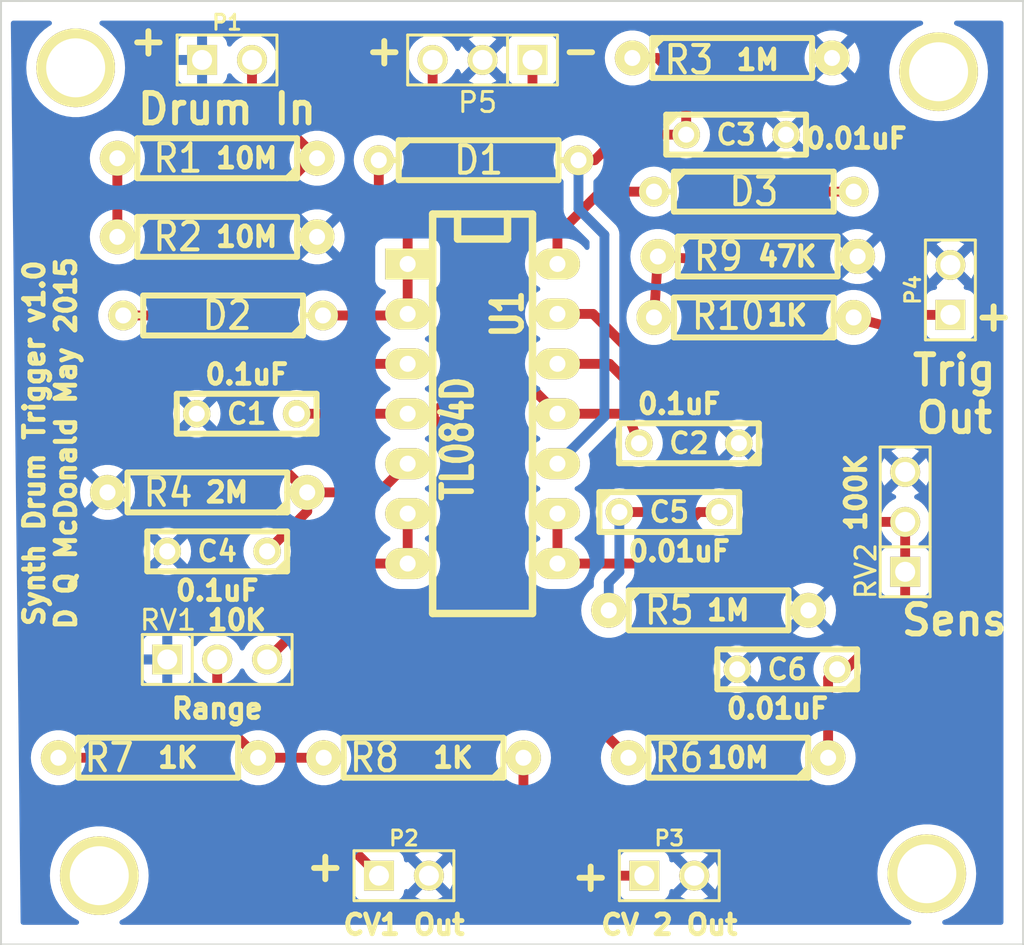
<source format=kicad_pcb>
(kicad_pcb (version 20221018) (generator pcbnew)
  (title_block (title "MFOS Synth Drum Trigger") (date "26/05/2015") (rev "1.0") (comment 1 "Based on a design by Ray Wilson") (comment 3 "Quentin McDonald"))
  (layers (0 "F.Cu" signal) (31 "B.Cu" signal) (34 "B.Paste" user) (35 "F.Paste" user) (36 "B.SilkS" user) (37 "F.SilkS" user) (38 "B.Mask" user) (39 "F.Mask" user) (44 "Edge.Cuts" user))
  (net 0 "")
  (net 1 "+12V")
  (net 2 "-12V")
  (net 3 "GND")
  (net 4 "Net-(C3-Pad1)")
  (net 5 "Net-(C4-Pad1)")
  (net 6 "Net-(C5-Pad1)")
  (net 7 "Net-(C5-Pad2)")
  (net 8 "Net-(C6-Pad1)")
  (net 9 "Net-(D1-Pad1)")
  (net 10 "Net-(D3-Pad1)")
  (net 11 "Net-(D3-Pad2)")
  (net 12 "Net-(P1-Pad2)")
  (net 13 "Net-(P2-Pad1)")
  (net 14 "Net-(P3-Pad1)")
  (net 15 "Net-(P4-Pad1)")
  (net 16 "Net-(R1-Pad2)")
  (net 17 "Net-(R7-Pad2)")
  (net 18 "Net-(RV1-Pad3)")
  (footprint "discret:R4-LARGE_PADS" (layer "F.Cu") (at 131 101 180)
    (fp_text reference "R1" (at 2 0 180) (layer "F.SilkS") (effects (font (size 1.397 1.27) (thickness 0.2032))))
    (fp_text value "10M" hide)
    (fp_line (start -5.08 0) (end -4.064 0) (stroke (width 0.3048)) (layer "F.SilkS"))
    (fp_line (start -4.064 -1.016) (end 4.064 -1.016) (stroke (width 0.3048)) (layer "F.SilkS"))
    (fp_line (start -4.064 -0.508) (end -3.556 -1.016) (stroke (width 0.3048)) (layer "F.SilkS"))
    (fp_line (start -4.064 0) (end -4.064 -1.016) (stroke (width 0.3048)) (layer "F.SilkS"))
    (fp_line (start -4.064 1.016) (end -4.064 0) (stroke (width 0.3048)) (layer "F.SilkS"))
    (fp_line (start 4.064 -1.016) (end 4.064 1.016) (stroke (width 0.3048)) (layer "F.SilkS"))
    (fp_line (start 4.064 1.016) (end -4.064 1.016) (stroke (width 0.3048)) (layer "F.SilkS"))
    (fp_line (start 5.08 0) (end 4.064 0) (stroke (width 0.3048)) (layer "F.SilkS"))
    (pad "1" thru_hole circle (at -5.08 0 180) (size 1.778 1.778) (drill 0.8128) (layers "*.Cu" "*.Mask" "F.SilkS") (net 12 "Net-(P1-Pad2)"))
    (pad "2" thru_hole circle (at 5.08 0 180) (size 1.778 1.778) (drill 0.8128) (layers "*.Cu" "*.Mask" "F.SilkS") (net 16 "Net-(R1-Pad2)"))
  )
  (footprint "discret:R4-LARGE_PADS" (layer "F.Cu") (at 131 105)
    (fp_text reference "R2" (at -2 0) (layer "F.SilkS") (effects (font (size 1.397 1.27) (thickness 0.2032))))
    (fp_text value "10M" hide)
    (fp_line (start -5.08 0) (end -4.064 0) (stroke (width 0.3048)) (layer "F.SilkS"))
    (fp_line (start -4.064 -1.016) (end 4.064 -1.016) (stroke (width 0.3048)) (layer "F.SilkS"))
    (fp_line (start -4.064 -0.508) (end -3.556 -1.016) (stroke (width 0.3048)) (layer "F.SilkS"))
    (fp_line (start -4.064 0) (end -4.064 -1.016) (stroke (width 0.3048)) (layer "F.SilkS"))
    (fp_line (start -4.064 1.016) (end -4.064 0) (stroke (width 0.3048)) (layer "F.SilkS"))
    (fp_line (start 4.064 -1.016) (end 4.064 1.016) (stroke (width 0.3048)) (layer "F.SilkS"))
    (fp_line (start 4.064 1.016) (end -4.064 1.016) (stroke (width 0.3048)) (layer "F.SilkS"))
    (fp_line (start 5.08 0) (end 4.064 0) (stroke (width 0.3048)) (layer "F.SilkS"))
    (pad "1" thru_hole circle (at -5.08 0) (size 1.778 1.778) (drill 0.8128) (layers "*.Cu" "*.Mask" "F.SilkS") (net 16 "Net-(R1-Pad2)"))
    (pad "2" thru_hole circle (at 5.08 0) (size 1.778 1.778) (drill 0.8128) (layers "*.Cu" "*.Mask" "F.SilkS") (net 3 "GND"))
  )
  (footprint "discret:R4-LARGE_PADS" (layer "F.Cu") (at 157.2 95.9)
    (fp_text reference "R3" (at -2.2 0.1) (layer "F.SilkS") (effects (font (size 1.397 1.27) (thickness 0.2032))))
    (fp_text value "1M" hide)
    (fp_line (start -5.08 0) (end -4.064 0) (stroke (width 0.3048)) (layer "F.SilkS"))
    (fp_line (start -4.064 -1.016) (end 4.064 -1.016) (stroke (width 0.3048)) (layer "F.SilkS"))
    (fp_line (start -4.064 -0.508) (end -3.556 -1.016) (stroke (width 0.3048)) (layer "F.SilkS"))
    (fp_line (start -4.064 0) (end -4.064 -1.016) (stroke (width 0.3048)) (layer "F.SilkS"))
    (fp_line (start -4.064 1.016) (end -4.064 0) (stroke (width 0.3048)) (layer "F.SilkS"))
    (fp_line (start 4.064 -1.016) (end 4.064 1.016) (stroke (width 0.3048)) (layer "F.SilkS"))
    (fp_line (start 4.064 1.016) (end -4.064 1.016) (stroke (width 0.3048)) (layer "F.SilkS"))
    (fp_line (start 5.08 0) (end 4.064 0) (stroke (width 0.3048)) (layer "F.SilkS"))
    (pad "1" thru_hole circle (at -5.08 0) (size 1.778 1.778) (drill 0.8128) (layers "*.Cu" "*.Mask" "F.SilkS") (net 4 "Net-(C3-Pad1)"))
    (pad "2" thru_hole circle (at 5.08 0) (size 1.778 1.778) (drill 0.8128) (layers "*.Cu" "*.Mask" "F.SilkS") (net 3 "GND"))
  )
  (footprint "discret:R4-LARGE_PADS" (layer "F.Cu") (at 130.5 118 180)
    (fp_text reference "R4" (at 2 0 180) (layer "F.SilkS") (effects (font (size 1.397 1.27) (thickness 0.2032))))
    (fp_text value "2M" hide)
    (fp_line (start -5.08 0) (end -4.064 0) (stroke (width 0.3048)) (layer "F.SilkS"))
    (fp_line (start -4.064 -1.016) (end 4.064 -1.016) (stroke (width 0.3048)) (layer "F.SilkS"))
    (fp_line (start -4.064 -0.508) (end -3.556 -1.016) (stroke (width 0.3048)) (layer "F.SilkS"))
    (fp_line (start -4.064 0) (end -4.064 -1.016) (stroke (width 0.3048)) (layer "F.SilkS"))
    (fp_line (start -4.064 1.016) (end -4.064 0) (stroke (width 0.3048)) (layer "F.SilkS"))
    (fp_line (start 4.064 -1.016) (end 4.064 1.016) (stroke (width 0.3048)) (layer "F.SilkS"))
    (fp_line (start 4.064 1.016) (end -4.064 1.016) (stroke (width 0.3048)) (layer "F.SilkS"))
    (fp_line (start 5.08 0) (end 4.064 0) (stroke (width 0.3048)) (layer "F.SilkS"))
    (pad "1" thru_hole circle (at -5.08 0 180) (size 1.778 1.778) (drill 0.8128) (layers "*.Cu" "*.Mask" "F.SilkS") (net 5 "Net-(C4-Pad1)"))
    (pad "2" thru_hole circle (at 5.08 0 180) (size 1.778 1.778) (drill 0.8128) (layers "*.Cu" "*.Mask" "F.SilkS") (net 3 "GND"))
  )
  (footprint "discret:R4-LARGE_PADS" (layer "F.Cu") (at 156 124)
    (fp_text reference "R5" (at -2 0) (layer "F.SilkS") (effects (font (size 1.397 1.27) (thickness 0.2032))))
    (fp_text value "1M" hide)
    (fp_line (start -5.08 0) (end -4.064 0) (stroke (width 0.3048)) (layer "F.SilkS"))
    (fp_line (start -4.064 -1.016) (end 4.064 -1.016) (stroke (width 0.3048)) (layer "F.SilkS"))
    (fp_line (start -4.064 -0.508) (end -3.556 -1.016) (stroke (width 0.3048)) (layer "F.SilkS"))
    (fp_line (start -4.064 0) (end -4.064 -1.016) (stroke (width 0.3048)) (layer "F.SilkS"))
    (fp_line (start -4.064 1.016) (end -4.064 0) (stroke (width 0.3048)) (layer "F.SilkS"))
    (fp_line (start 4.064 -1.016) (end 4.064 1.016) (stroke (width 0.3048)) (layer "F.SilkS"))
    (fp_line (start 4.064 1.016) (end -4.064 1.016) (stroke (width 0.3048)) (layer "F.SilkS"))
    (fp_line (start 5.08 0) (end 4.064 0) (stroke (width 0.3048)) (layer "F.SilkS"))
    (pad "1" thru_hole circle (at -5.08 0) (size 1.778 1.778) (drill 0.8128) (layers "*.Cu" "*.Mask" "F.SilkS") (net 6 "Net-(C5-Pad1)"))
    (pad "2" thru_hole circle (at 5.08 0) (size 1.778 1.778) (drill 0.8128) (layers "*.Cu" "*.Mask" "F.SilkS") (net 3 "GND"))
  )
  (footprint "discret:R4-LARGE_PADS" (layer "F.Cu") (at 157 131.5 180)
    (fp_text reference "R6" (at 2.5 0 180) (layer "F.SilkS") (effects (font (size 1.397 1.27) (thickness 0.2032))))
    (fp_text value "10M" hide)
    (fp_line (start -5.08 0) (end -4.064 0) (stroke (width 0.3048)) (layer "F.SilkS"))
    (fp_line (start -4.064 -1.016) (end 4.064 -1.016) (stroke (width 0.3048)) (layer "F.SilkS"))
    (fp_line (start -4.064 -0.508) (end -3.556 -1.016) (stroke (width 0.3048)) (layer "F.SilkS"))
    (fp_line (start -4.064 0) (end -4.064 -1.016) (stroke (width 0.3048)) (layer "F.SilkS"))
    (fp_line (start -4.064 1.016) (end -4.064 0) (stroke (width 0.3048)) (layer "F.SilkS"))
    (fp_line (start 4.064 -1.016) (end 4.064 1.016) (stroke (width 0.3048)) (layer "F.SilkS"))
    (fp_line (start 4.064 1.016) (end -4.064 1.016) (stroke (width 0.3048)) (layer "F.SilkS"))
    (fp_line (start 5.08 0) (end 4.064 0) (stroke (width 0.3048)) (layer "F.SilkS"))
    (pad "1" thru_hole circle (at -5.08 0 180) (size 1.778 1.778) (drill 0.8128) (layers "*.Cu" "*.Mask" "F.SilkS") (net 8 "Net-(C6-Pad1)"))
    (pad "2" thru_hole circle (at 5.08 0 180) (size 1.778 1.778) (drill 0.8128) (layers "*.Cu" "*.Mask" "F.SilkS") (net 1 "+12V"))
  )
  (footprint "discret:R4-LARGE_PADS" (layer "F.Cu") (at 128 131.5)
    (fp_text reference "R7" (at -2.5 0) (layer "F.SilkS") (effects (font (size 1.397 1.27) (thickness 0.2032))))
    (fp_text value "1K" hide)
    (fp_line (start -5.08 0) (end -4.064 0) (stroke (width 0.3048)) (layer "F.SilkS"))
    (fp_line (start -4.064 -1.016) (end 4.064 -1.016) (stroke (width 0.3048)) (layer "F.SilkS"))
    (fp_line (start -4.064 -0.508) (end -3.556 -1.016) (stroke (width 0.3048)) (layer "F.SilkS"))
    (fp_line (start -4.064 0) (end -4.064 -1.016) (stroke (width 0.3048)) (layer "F.SilkS"))
    (fp_line (start -4.064 1.016) (end -4.064 0) (stroke (width 0.3048)) (layer "F.SilkS"))
    (fp_line (start 4.064 -1.016) (end 4.064 1.016) (stroke (width 0.3048)) (layer "F.SilkS"))
    (fp_line (start 4.064 1.016) (end -4.064 1.016) (stroke (width 0.3048)) (layer "F.SilkS"))
    (fp_line (start 5.08 0) (end 4.064 0) (stroke (width 0.3048)) (layer "F.SilkS"))
    (pad "1" thru_hole circle (at -5.08 0) (size 1.778 1.778) (drill 0.8128) (layers "*.Cu" "*.Mask" "F.SilkS") (net 13 "Net-(P2-Pad1)"))
    (pad "2" thru_hole circle (at 5.08 0) (size 1.778 1.778) (drill 0.8128) (layers "*.Cu" "*.Mask" "F.SilkS") (net 17 "Net-(R7-Pad2)"))
  )
  (footprint "discret:R4-LARGE_PADS" (layer "F.Cu") (at 141.5 131.5 180)
    (fp_text reference "R8" (at 2.5 0 180) (layer "F.SilkS") (effects (font (size 1.397 1.27) (thickness 0.2032))))
    (fp_text value "1K" hide)
    (fp_line (start -5.08 0) (end -4.064 0) (stroke (width 0.3048)) (layer "F.SilkS"))
    (fp_line (start -4.064 -1.016) (end 4.064 -1.016) (stroke (width 0.3048)) (layer "F.SilkS"))
    (fp_line (start -4.064 -0.508) (end -3.556 -1.016) (stroke (width 0.3048)) (layer "F.SilkS"))
    (fp_line (start -4.064 0) (end -4.064 -1.016) (stroke (width 0.3048)) (layer "F.SilkS"))
    (fp_line (start -4.064 1.016) (end -4.064 0) (stroke (width 0.3048)) (layer "F.SilkS"))
    (fp_line (start 4.064 -1.016) (end 4.064 1.016) (stroke (width 0.3048)) (layer "F.SilkS"))
    (fp_line (start 4.064 1.016) (end -4.064 1.016) (stroke (width 0.3048)) (layer "F.SilkS"))
    (fp_line (start 5.08 0) (end 4.064 0) (stroke (width 0.3048)) (layer "F.SilkS"))
    (pad "1" thru_hole circle (at -5.08 0 180) (size 1.778 1.778) (drill 0.8128) (layers "*.Cu" "*.Mask" "F.SilkS") (net 14 "Net-(P3-Pad1)"))
    (pad "2" thru_hole circle (at 5.08 0 180) (size 1.778 1.778) (drill 0.8128) (layers "*.Cu" "*.Mask" "F.SilkS") (net 17 "Net-(R7-Pad2)"))
  )
  (footprint "discret:R4-LARGE_PADS" (layer "F.Cu") (at 158.5 106)
    (fp_text reference "R9" (at -2 0) (layer "F.SilkS") (effects (font (size 1.397 1.27) (thickness 0.2032))))
    (fp_text value "47K" hide)
    (fp_line (start -5.08 0) (end -4.064 0) (stroke (width 0.3048)) (layer "F.SilkS"))
    (fp_line (start -4.064 -1.016) (end 4.064 -1.016) (stroke (width 0.3048)) (layer "F.SilkS"))
    (fp_line (start -4.064 -0.508) (end -3.556 -1.016) (stroke (width 0.3048)) (layer "F.SilkS"))
    (fp_line (start -4.064 0) (end -4.064 -1.016) (stroke (width 0.3048)) (layer "F.SilkS"))
    (fp_line (start -4.064 1.016) (end -4.064 0) (stroke (width 0.3048)) (layer "F.SilkS"))
    (fp_line (start 4.064 -1.016) (end 4.064 1.016) (stroke (width 0.3048)) (layer "F.SilkS"))
    (fp_line (start 4.064 1.016) (end -4.064 1.016) (stroke (width 0.3048)) (layer "F.SilkS"))
    (fp_line (start 5.08 0) (end 4.064 0) (stroke (width 0.3048)) (layer "F.SilkS"))
    (pad "1" thru_hole circle (at -5.08 0) (size 1.778 1.778) (drill 0.8128) (layers "*.Cu" "*.Mask" "F.SilkS") (net 11 "Net-(D3-Pad2)"))
    (pad "2" thru_hole circle (at 5.08 0) (size 1.778 1.778) (drill 0.8128) (layers "*.Cu" "*.Mask" "F.SilkS") (net 3 "GND"))
  )
  (footprint "discret:C2" (layer "F.Cu") (at 157.4 99.8)
    (fp_text reference "C3" (at 0 0) (layer "F.SilkS") (effects (font (size 1.016 1.016) (thickness 0.2032))))
    (fp_text value "0.01uF" hide)
    (fp_line (start -3.556 -1.016) (end 3.556 -1.016) (stroke (width 0.3048)) (layer "F.SilkS"))
    (fp_line (start -3.556 -0.508) (end -3.048 -1.016) (stroke (width 0.3048)) (layer "F.SilkS"))
    (fp_line (start -3.556 1.016) (end -3.556 -1.016) (stroke (width 0.3048)) (layer "F.SilkS"))
    (fp_line (start 3.556 -1.016) (end 3.556 1.016) (stroke (width 0.3048)) (layer "F.SilkS"))
    (fp_line (start 3.556 1.016) (end -3.556 1.016) (stroke (width 0.3048)) (layer "F.SilkS"))
    (pad "1" thru_hole circle (at -2.54 0) (size 1.397 1.397) (drill 0.8128) (layers "*.Cu" "*.Mask" "F.SilkS") (net 4 "Net-(C3-Pad1)"))
    (pad "2" thru_hole circle (at 2.54 0) (size 1.397 1.397) (drill 0.8128) (layers "*.Cu" "*.Mask" "F.SilkS") (net 3 "GND"))
  )
  (footprint "discret:C2" (layer "F.Cu") (at 131 121 180)
    (fp_text reference "C4" (at 0 0 180) (layer "F.SilkS") (effects (font (size 1.016 1.016) (thickness 0.2032))))
    (fp_text value "0.1uF" hide)
    (fp_line (start -3.556 -1.016) (end 3.556 -1.016) (stroke (width 0.3048)) (layer "F.SilkS"))
    (fp_line (start -3.556 -0.508) (end -3.048 -1.016) (stroke (width 0.3048)) (layer "F.SilkS"))
    (fp_line (start -3.556 1.016) (end -3.556 -1.016) (stroke (width 0.3048)) (layer "F.SilkS"))
    (fp_line (start 3.556 -1.016) (end 3.556 1.016) (stroke (width 0.3048)) (layer "F.SilkS"))
    (fp_line (start 3.556 1.016) (end -3.556 1.016) (stroke (width 0.3048)) (layer "F.SilkS"))
    (pad "1" thru_hole circle (at -2.54 0 180) (size 1.397 1.397) (drill 0.8128) (layers "*.Cu" "*.Mask" "F.SilkS") (net 5 "Net-(C4-Pad1)"))
    (pad "2" thru_hole circle (at 2.54 0 180) (size 1.397 1.397) (drill 0.8128) (layers "*.Cu" "*.Mask" "F.SilkS") (net 3 "GND"))
  )
  (footprint "discret:C2" (layer "F.Cu") (at 154 119)
    (fp_text reference "C5" (at 0 0) (layer "F.SilkS") (effects (font (size 1.016 1.016) (thickness 0.2032))))
    (fp_text value "0.01" hide)
    (fp_line (start -3.556 -1.016) (end 3.556 -1.016) (stroke (width 0.3048)) (layer "F.SilkS"))
    (fp_line (start -3.556 -0.508) (end -3.048 -1.016) (stroke (width 0.3048)) (layer "F.SilkS"))
    (fp_line (start -3.556 1.016) (end -3.556 -1.016) (stroke (width 0.3048)) (layer "F.SilkS"))
    (fp_line (start 3.556 -1.016) (end 3.556 1.016) (stroke (width 0.3048)) (layer "F.SilkS"))
    (fp_line (start 3.556 1.016) (end -3.556 1.016) (stroke (width 0.3048)) (layer "F.SilkS"))
    (pad "1" thru_hole circle (at -2.54 0) (size 1.397 1.397) (drill 0.8128) (layers "*.Cu" "*.Mask" "F.SilkS") (net 6 "Net-(C5-Pad1)"))
    (pad "2" thru_hole circle (at 2.54 0) (size 1.397 1.397) (drill 0.8128) (layers "*.Cu" "*.Mask" "F.SilkS") (net 7 "Net-(C5-Pad2)"))
  )
  (footprint "discret:C2" (layer "F.Cu") (at 160 127 180)
    (fp_text reference "C6" (at 0 0 180) (layer "F.SilkS") (effects (font (size 1.016 1.016) (thickness 0.2032))))
    (fp_text value "0.01uF" hide)
    (fp_line (start -3.556 -1.016) (end 3.556 -1.016) (stroke (width 0.3048)) (layer "F.SilkS"))
    (fp_line (start -3.556 -0.508) (end -3.048 -1.016) (stroke (width 0.3048)) (layer "F.SilkS"))
    (fp_line (start -3.556 1.016) (end -3.556 -1.016) (stroke (width 0.3048)) (layer "F.SilkS"))
    (fp_line (start 3.556 -1.016) (end 3.556 1.016) (stroke (width 0.3048)) (layer "F.SilkS"))
    (fp_line (start 3.556 1.016) (end -3.556 1.016) (stroke (width 0.3048)) (layer "F.SilkS"))
    (pad "1" thru_hole circle (at -2.54 0 180) (size 1.397 1.397) (drill 0.8128) (layers "*.Cu" "*.Mask" "F.SilkS") (net 8 "Net-(C6-Pad1)"))
    (pad "2" thru_hole circle (at 2.54 0 180) (size 1.397 1.397) (drill 0.8128) (layers "*.Cu" "*.Mask" "F.SilkS") (net 3 "GND"))
  )
  (footprint "discret:R4" (layer "F.Cu") (at 144.3 101.1)
    (fp_text reference "D1" (at 0 0) (layer "F.SilkS") (effects (font (size 1.397 1.27) (thickness 0.2032))))
    (fp_text value "DIODE" hide)
    (fp_line (start -5.08 0) (end -4.064 0) (stroke (width 0.3048)) (layer "F.SilkS"))
    (fp_line (start -4.064 -1.016) (end 4.064 -1.016) (stroke (width 0.3048)) (layer "F.SilkS"))
    (fp_line (start -4.064 -0.508) (end -3.556 -1.016) (stroke (width 0.3048)) (layer "F.SilkS"))
    (fp_line (start -4.064 0) (end -4.064 -1.016) (stroke (width 0.3048)) (layer "F.SilkS"))
    (fp_line (start -4.064 1.016) (end -4.064 0) (stroke (width 0.3048)) (layer "F.SilkS"))
    (fp_line (start 4.064 -1.016) (end 4.064 1.016) (stroke (width 0.3048)) (layer "F.SilkS"))
    (fp_line (start 4.064 1.016) (end -4.064 1.016) (stroke (width 0.3048)) (layer "F.SilkS"))
    (fp_line (start 5.08 0) (end 4.064 0) (stroke (width 0.3048)) (layer "F.SilkS"))
    (pad "1" thru_hole circle (at -5.08 0) (size 1.524 1.524) (drill 0.8128) (layers "*.Cu" "*.Mask" "F.SilkS") (net 9 "Net-(D1-Pad1)"))
    (pad "2" thru_hole circle (at 5.08 0) (size 1.524 1.524) (drill 0.8128) (layers "*.Cu" "*.Mask" "F.SilkS") (net 4 "Net-(C3-Pad1)"))
  )
  (footprint "discret:R4" (layer "F.Cu") (at 131.3 109 180)
    (fp_text reference "D2" (at -0.2 0 180) (layer "F.SilkS") (effects (font (size 1.397 1.27) (thickness 0.2032))))
    (fp_text value "DIODE" hide)
    (fp_line (start -5.08 0) (end -4.064 0) (stroke (width 0.3048)) (layer "F.SilkS"))
    (fp_line (start -4.064 -1.016) (end 4.064 -1.016) (stroke (width 0.3048)) (layer "F.SilkS"))
    (fp_line (start -4.064 -0.508) (end -3.556 -1.016) (stroke (width 0.3048)) (layer "F.SilkS"))
    (fp_line (start -4.064 0) (end -4.064 -1.016) (stroke (width 0.3048)) (layer "F.SilkS"))
    (fp_line (start -4.064 1.016) (end -4.064 0) (stroke (width 0.3048)) (layer "F.SilkS"))
    (fp_line (start 4.064 -1.016) (end 4.064 1.016) (stroke (width 0.3048)) (layer "F.SilkS"))
    (fp_line (start 4.064 1.016) (end -4.064 1.016) (stroke (width 0.3048)) (layer "F.SilkS"))
    (fp_line (start 5.08 0) (end 4.064 0) (stroke (width 0.3048)) (layer "F.SilkS"))
    (pad "1" thru_hole circle (at -5.08 0 180) (size 1.524 1.524) (drill 0.8128) (layers "*.Cu" "*.Mask" "F.SilkS") (net 9 "Net-(D1-Pad1)"))
    (pad "2" thru_hole circle (at 5.08 0 180) (size 1.524 1.524) (drill 0.8128) (layers "*.Cu" "*.Mask" "F.SilkS") (net 5 "Net-(C4-Pad1)"))
  )
  (footprint "discret:R4" (layer "F.Cu") (at 158.3 102.7)
    (fp_text reference "D3" (at 0 0) (layer "F.SilkS") (effects (font (size 1.397 1.27) (thickness 0.2032))))
    (fp_text value "DIODE" hide)
    (fp_line (start -5.08 0) (end -4.064 0) (stroke (width 0.3048)) (layer "F.SilkS"))
    (fp_line (start -4.064 -1.016) (end 4.064 -1.016) (stroke (width 0.3048)) (layer "F.SilkS"))
    (fp_line (start -4.064 -0.508) (end -3.556 -1.016) (stroke (width 0.3048)) (layer "F.SilkS"))
    (fp_line (start -4.064 0) (end -4.064 -1.016) (stroke (width 0.3048)) (layer "F.SilkS"))
    (fp_line (start -4.064 1.016) (end -4.064 0) (stroke (width 0.3048)) (layer "F.SilkS"))
    (fp_line (start 4.064 -1.016) (end 4.064 1.016) (stroke (width 0.3048)) (layer "F.SilkS"))
    (fp_line (start 4.064 1.016) (end -4.064 1.016) (stroke (width 0.3048)) (layer "F.SilkS"))
    (fp_line (start 5.08 0) (end 4.064 0) (stroke (width 0.3048)) (layer "F.SilkS"))
    (pad "1" thru_hole circle (at -5.08 0) (size 1.524 1.524) (drill 0.8128) (layers "*.Cu" "*.Mask" "F.SilkS") (net 10 "Net-(D3-Pad1)"))
    (pad "2" thru_hole circle (at 5.08 0) (size 1.524 1.524) (drill 0.8128) (layers "*.Cu" "*.Mask" "F.SilkS") (net 11 "Net-(D3-Pad2)"))
  )
  (footprint "pin_array:PIN_ARRAY_2X1" (layer "F.Cu") (at 131.5 96)
    (fp_text reference "P1" (at 0 -1.905) (layer "F.SilkS") (effects (font (size 0.762 0.762) (thickness 0.1524))))
    (fp_text value "CONN_2" hide)
    (fp_line (start -2.54 -1.27) (end 2.54 -1.27) (stroke (width 0.1524)) (layer "F.SilkS"))
    (fp_line (start -2.54 1.27) (end -2.54 -1.27) (stroke (width 0.1524)) (layer "F.SilkS"))
    (fp_line (start 2.54 -1.27) (end 2.54 1.27) (stroke (width 0.1524)) (layer "F.SilkS"))
    (fp_line (start 2.54 1.27) (end -2.54 1.27) (stroke (width 0.1524)) (layer "F.SilkS"))
    (pad "1" thru_hole rect (at -1.27 0) (size 1.524 1.524) (drill 1.016) (layers "*.Cu" "*.Mask" "F.SilkS") (net 3 "GND"))
    (pad "2" thru_hole circle (at 1.27 0) (size 1.524 1.524) (drill 1.016) (layers "*.Cu" "*.Mask" "F.SilkS") (net 12 "Net-(P1-Pad2)"))
  )
  (footprint "pin_array:PIN_ARRAY_2X1" (layer "F.Cu") (at 140.5 137.5)
    (fp_text reference "P2" (at 0 -1.905) (layer "F.SilkS") (effects (font (size 0.762 0.762) (thickness 0.1524))))
    (fp_text value "CONN_2" hide)
    (fp_line (start -2.54 -1.27) (end 2.54 -1.27) (stroke (width 0.1524)) (layer "F.SilkS"))
    (fp_line (start -2.54 1.27) (end -2.54 -1.27) (stroke (width 0.1524)) (layer "F.SilkS"))
    (fp_line (start 2.54 -1.27) (end 2.54 1.27) (stroke (width 0.1524)) (layer "F.SilkS"))
    (fp_line (start 2.54 1.27) (end -2.54 1.27) (stroke (width 0.1524)) (layer "F.SilkS"))
    (pad "1" thru_hole rect (at -1.27 0) (size 1.524 1.524) (drill 1.016) (layers "*.Cu" "*.Mask" "F.SilkS") (net 13 "Net-(P2-Pad1)"))
    (pad "2" thru_hole circle (at 1.27 0) (size 1.524 1.524) (drill 1.016) (layers "*.Cu" "*.Mask" "F.SilkS") (net 3 "GND"))
  )
  (footprint "pin_array:PIN_ARRAY_2X1" (layer "F.Cu") (at 154 137.5)
    (fp_text reference "P3" (at 0 -1.905) (layer "F.SilkS") (effects (font (size 0.762 0.762) (thickness 0.1524))))
    (fp_text value "CONN_2" hide)
    (fp_line (start -2.54 -1.27) (end 2.54 -1.27) (stroke (width 0.1524)) (layer "F.SilkS"))
    (fp_line (start -2.54 1.27) (end -2.54 -1.27) (stroke (width 0.1524)) (layer "F.SilkS"))
    (fp_line (start 2.54 -1.27) (end 2.54 1.27) (stroke (width 0.1524)) (layer "F.SilkS"))
    (fp_line (start 2.54 1.27) (end -2.54 1.27) (stroke (width 0.1524)) (layer "F.SilkS"))
    (pad "1" thru_hole rect (at -1.27 0) (size 1.524 1.524) (drill 1.016) (layers "*.Cu" "*.Mask" "F.SilkS") (net 14 "Net-(P3-Pad1)"))
    (pad "2" thru_hole circle (at 1.27 0) (size 1.524 1.524) (drill 1.016) (layers "*.Cu" "*.Mask" "F.SilkS") (net 3 "GND"))
  )
  (footprint "pin_array:PIN_ARRAY_2X1" (layer "F.Cu") (at 168.3 107.7 90)
    (fp_text reference "P4" (at 0 -1.905 90) (layer "F.SilkS") (effects (font (size 0.762 0.762) (thickness 0.1524))))
    (fp_text value "CONN_2" hide)
    (fp_line (start -2.54 -1.27) (end 2.54 -1.27) (stroke (width 0.1524)) (layer "F.SilkS"))
    (fp_line (start -2.54 1.27) (end -2.54 -1.27) (stroke (width 0.1524)) (layer "F.SilkS"))
    (fp_line (start 2.54 -1.27) (end 2.54 1.27) (stroke (width 0.1524)) (layer "F.SilkS"))
    (fp_line (start 2.54 1.27) (end -2.54 1.27) (stroke (width 0.1524)) (layer "F.SilkS"))
    (pad "1" thru_hole rect (at -1.27 0 90) (size 1.524 1.524) (drill 1.016) (layers "*.Cu" "*.Mask" "F.SilkS") (net 15 "Net-(P4-Pad1)"))
    (pad "2" thru_hole circle (at 1.27 0 90) (size 1.524 1.524) (drill 1.016) (layers "*.Cu" "*.Mask" "F.SilkS") (net 3 "GND"))
  )
  (footprint "pin_array:PIN_ARRAY_3X1" (layer "F.Cu") (at 131 126.5)
    (fp_text reference "RV1" (at -2.5 -2) (layer "F.SilkS") (effects (font (size 1.016 1.016) (thickness 0.1524))))
    (fp_text value "10K" hide)
    (fp_line (start -3.81 -1.27) (end 3.81 -1.27) (stroke (width 0.1524)) (layer "F.SilkS"))
    (fp_line (start -3.81 1.27) (end -3.81 -1.27) (stroke (width 0.1524)) (layer "F.SilkS"))
    (fp_line (start -1.27 -1.27) (end -1.27 1.27) (stroke (width 0.1524)) (layer "F.SilkS"))
    (fp_line (start 3.81 -1.27) (end 3.81 1.27) (stroke (width 0.1524)) (layer "F.SilkS"))
    (fp_line (start 3.81 1.27) (end -3.81 1.27) (stroke (width 0.1524)) (layer "F.SilkS"))
    (pad "1" thru_hole rect (at -2.54 0) (size 1.524 1.524) (drill 1.016) (layers "*.Cu" "*.Mask" "F.SilkS") (net 3 "GND"))
    (pad "2" thru_hole circle (at 0 0) (size 1.524 1.524) (drill 1.016) (layers "*.Cu" "*.Mask" "F.SilkS") (net 17 "Net-(R7-Pad2)"))
    (pad "3" thru_hole circle (at 2.54 0) (size 1.524 1.524) (drill 1.016) (layers "*.Cu" "*.Mask" "F.SilkS") (net 18 "Net-(RV1-Pad3)"))
  )
  (footprint "pin_array:PIN_ARRAY_3X1" (layer "F.Cu") (at 166 119.5 90)
    (fp_text reference "RV2" (at -2.5 -2 90) (layer "F.SilkS") (effects (font (size 1.016 1.016) (thickness 0.1524))))
    (fp_text value "100K" hide)
    (fp_line (start -3.81 -1.27) (end 3.81 -1.27) (stroke (width 0.1524)) (layer "F.SilkS"))
    (fp_line (start -3.81 1.27) (end -3.81 -1.27) (stroke (width 0.1524)) (layer "F.SilkS"))
    (fp_line (start -1.27 -1.27) (end -1.27 1.27) (stroke (width 0.1524)) (layer "F.SilkS"))
    (fp_line (start 3.81 -1.27) (end 3.81 1.27) (stroke (width 0.1524)) (layer "F.SilkS"))
    (fp_line (start 3.81 1.27) (end -3.81 1.27) (stroke (width 0.1524)) (layer "F.SilkS"))
    (pad "1" thru_hole rect (at -2.54 0 90) (size 1.524 1.524) (drill 1.016) (layers "*.Cu" "*.Mask" "F.SilkS") (net 8 "Net-(C6-Pad1)"))
    (pad "2" thru_hole circle (at 0 0 90) (size 1.524 1.524) (drill 1.016) (layers "*.Cu" "*.Mask" "F.SilkS") (net 8 "Net-(C6-Pad1)"))
    (pad "3" thru_hole circle (at 2.54 0 90) (size 1.524 1.524) (drill 1.016) (layers "*.Cu" "*.Mask" "F.SilkS") (net 3 "GND"))
  )
  (footprint "dip_sockets:DIP-14__300_ELL" (layer "F.Cu") (at 144.5 114 -90)
    (fp_text reference "U1" (at -5.08 -1.27 270) (layer "F.SilkS") (effects (font (size 1.524 1.143) (thickness 0.3048))))
    (fp_text value "TL084D" (at 1.27 1.27 270) (layer "F.SilkS") (effects (font (size 1.524 1.143) (thickness 0.3048))))
    (fp_line (start -10.16 -2.54) (end 10.16 -2.54) (stroke (width 0.381)) (layer "F.SilkS"))
    (fp_line (start -10.16 -1.27) (end -8.89 -1.27) (stroke (width 0.381)) (layer "F.SilkS"))
    (fp_line (start -10.16 2.54) (end -10.16 -2.54) (stroke (width 0.381)) (layer "F.SilkS"))
    (fp_line (start -8.89 -1.27) (end -8.89 1.27) (stroke (width 0.381)) (layer "F.SilkS"))
    (fp_line (start -8.89 1.27) (end -10.16 1.27) (stroke (width 0.381)) (layer "F.SilkS"))
    (fp_line (start 10.16 -2.54) (end 10.16 2.54) (stroke (width 0.381)) (layer "F.SilkS"))
    (fp_line (start 10.16 2.54) (end -10.16 2.54) (stroke (width 0.381)) (layer "F.SilkS"))
    (pad "1" thru_hole rect (at -7.62 3.81 270) (size 1.5748 2.286) (drill 0.8128) (layers "*.Cu" "*.Mask" "F.SilkS") (net 9 "Net-(D1-Pad1)"))
    (pad "2" thru_hole oval (at -5.08 3.81 270) (size 1.5748 2.286) (drill 0.8128) (layers "*.Cu" "*.Mask" "F.SilkS") (net 9 "Net-(D1-Pad1)"))
    (pad "3" thru_hole oval (at -2.54 3.81 270) (size 1.5748 2.286) (drill 0.8128) (layers "*.Cu" "*.Mask" "F.SilkS") (net 12 "Net-(P1-Pad2)"))
    (pad "4" thru_hole oval (at 0 3.81 270) (size 1.5748 2.286) (drill 0.8128) (layers "*.Cu" "*.Mask" "F.SilkS") (net 1 "+12V"))
    (pad "5" thru_hole oval (at 2.54 3.81 270) (size 1.5748 2.286) (drill 0.8128) (layers "*.Cu" "*.Mask" "F.SilkS") (net 5 "Net-(C4-Pad1)"))
    (pad "6" thru_hole oval (at 5.08 3.81 270) (size 1.5748 2.286) (drill 0.8128) (layers "*.Cu" "*.Mask" "F.SilkS") (net 18 "Net-(RV1-Pad3)"))
    (pad "7" thru_hole oval (at 7.62 3.81 270) (size 1.5748 2.286) (drill 0.8128) (layers "*.Cu" "*.Mask" "F.SilkS") (net 18 "Net-(RV1-Pad3)"))
    (pad "8" thru_hole oval (at 7.62 -3.81 270) (size 1.5748 2.286) (drill 0.8128) (layers "*.Cu" "*.Mask" "F.SilkS") (net 7 "Net-(C5-Pad2)"))
    (pad "9" thru_hole oval (at 5.08 -3.81 270) (size 1.5748 2.286) (drill 0.8128) (layers "*.Cu" "*.Mask" "F.SilkS") (net 7 "Net-(C5-Pad2)"))
    (pad "10" thru_hole oval (at 2.54 -3.81 270) (size 1.5748 2.286) (drill 0.8128) (layers "*.Cu" "*.Mask" "F.SilkS") (net 4 "Net-(C3-Pad1)"))
    (pad "11" thru_hole oval (at 0 -3.81 270) (size 1.5748 2.286) (drill 0.8128) (layers "*.Cu" "*.Mask" "F.SilkS") (net 2 "-12V"))
    (pad "12" thru_hole oval (at -2.54 -3.81 270) (size 1.5748 2.286) (drill 0.8128) (layers "*.Cu" "*.Mask" "F.SilkS") (net 6 "Net-(C5-Pad1)"))
    (pad "13" thru_hole oval (at -5.08 -3.81 270) (size 1.5748 2.286) (drill 0.8128) (layers "*.Cu" "*.Mask" "F.SilkS") (net 8 "Net-(C6-Pad1)"))
    (pad "14" thru_hole oval (at -7.62 -3.81 270) (size 1.5748 2.286) (drill 0.8128) (layers "*.Cu" "*.Mask" "F.SilkS") (net 10 "Net-(D3-Pad1)"))
  )
  (footprint "discret:C2" (layer "F.Cu") (at 155 115.5 180)
    (fp_text reference "C2" (at 0 0 180) (layer "F.SilkS") (effects (font (size 1.016 1.016) (thickness 0.2032))))
    (fp_text value "0.1uF" hide)
    (fp_line (start -3.556 -1.016) (end 3.556 -1.016) (stroke (width 0.3048)) (layer "F.SilkS"))
    (fp_line (start -3.556 -0.508) (end -3.048 -1.016) (stroke (width 0.3048)) (layer "F.SilkS"))
    (fp_line (start -3.556 1.016) (end -3.556 -1.016) (stroke (width 0.3048)) (layer "F.SilkS"))
    (fp_line (start 3.556 -1.016) (end 3.556 1.016) (stroke (width 0.3048)) (layer "F.SilkS"))
    (fp_line (start 3.556 1.016) (end -3.556 1.016) (stroke (width 0.3048)) (layer "F.SilkS"))
    (pad "1" thru_hole circle (at -2.54 0 180) (size 1.397 1.397) (drill 0.8128) (layers "*.Cu" "*.Mask" "F.SilkS") (net 3 "GND"))
    (pad "2" thru_hole circle (at 2.54 0 180) (size 1.397 1.397) (drill 0.8128) (layers "*.Cu" "*.Mask" "F.SilkS") (net 2 "-12V"))
  )
  (footprint "discret:C2" (layer "F.Cu") (at 132.5 114 180)
    (fp_text reference "C1" (at 0 0 180) (layer "F.SilkS") (effects (font (size 1.016 1.016) (thickness 0.2032))))
    (fp_text value "0.1uF" hide)
    (fp_line (start -3.556 -1.016) (end 3.556 -1.016) (stroke (width 0.3048)) (layer "F.SilkS"))
    (fp_line (start -3.556 -0.508) (end -3.048 -1.016) (stroke (width 0.3048)) (layer "F.SilkS"))
    (fp_line (start -3.556 1.016) (end -3.556 -1.016) (stroke (width 0.3048)) (layer "F.SilkS"))
    (fp_line (start 3.556 -1.016) (end 3.556 1.016) (stroke (width 0.3048)) (layer "F.SilkS"))
    (fp_line (start 3.556 1.016) (end -3.556 1.016) (stroke (width 0.3048)) (layer "F.SilkS"))
    (pad "1" thru_hole circle (at -2.54 0 180) (size 1.397 1.397) (drill 0.8128) (layers "*.Cu" "*.Mask" "F.SilkS") (net 1 "+12V"))
    (pad "2" thru_hole circle (at 2.54 0 180) (size 1.397 1.397) (drill 0.8128) (layers "*.Cu" "*.Mask" "F.SilkS") (net 3 "GND"))
  )
  (footprint "discret:R4-LARGE_PADS" (layer "F.Cu") (at 158.3 109.1 180)
    (fp_text reference "R10" (at 1.3 0.1 180) (layer "F.SilkS") (effects (font (size 1.397 1.27) (thickness 0.2032))))
    (fp_text value "1K" hide)
    (fp_line (start -5.08 0) (end -4.064 0) (stroke (width 0.3048)) (layer "F.SilkS"))
    (fp_line (start -4.064 -1.016) (end 4.064 -1.016) (stroke (width 0.3048)) (layer "F.SilkS"))
    (fp_line (start -4.064 -0.508) (end -3.556 -1.016) (stroke (width 0.3048)) (layer "F.SilkS"))
    (fp_line (start -4.064 0) (end -4.064 -1.016) (stroke (width 0.3048)) (layer "F.SilkS"))
    (fp_line (start -4.064 1.016) (end -4.064 0) (stroke (width 0.3048)) (layer "F.SilkS"))
    (fp_line (start 4.064 -1.016) (end 4.064 1.016) (stroke (width 0.3048)) (layer "F.SilkS"))
    (fp_line (start 4.064 1.016) (end -4.064 1.016) (stroke (width 0.3048)) (layer "F.SilkS"))
    (fp_line (start 5.08 0) (end 4.064 0) (stroke (width 0.3048)) (layer "F.SilkS"))
    (pad "1" thru_hole circle (at -5.08 0 180) (size 1.778 1.778) (drill 0.8128) (layers "*.Cu" "*.Mask" "F.SilkS") (net 15 "Net-(P4-Pad1)"))
    (pad "2" thru_hole circle (at 5.08 0 180) (size 1.778 1.778) (drill 0.8128) (layers "*.Cu" "*.Mask" "F.SilkS") (net 11 "Net-(D3-Pad2)"))
  )
  (footprint "pin_array:PIN_ARRAY_3X1" (layer "F.Cu") (at 144.5 96 180)
    (fp_text reference "P5" (at 0.254 -2.159 180) (layer "F.SilkS") (effects (font (size 1.016 1.016) (thickness 0.1524))))
    (fp_text value "Power_In" hide)
    (fp_line (start -3.81 -1.27) (end 3.81 -1.27) (stroke (width 0.1524)) (layer "F.SilkS"))
    (fp_line (start -3.81 1.27) (end -3.81 -1.27) (stroke (width 0.1524)) (layer "F.SilkS"))
    (fp_line (start -1.27 -1.27) (end -1.27 1.27) (stroke (width 0.1524)) (layer "F.SilkS"))
    (fp_line (start 3.81 -1.27) (end 3.81 1.27) (stroke (width 0.1524)) (layer "F.SilkS"))
    (fp_line (start 3.81 1.27) (end -3.81 1.27) (stroke (width 0.1524)) (layer "F.SilkS"))
    (pad "1" thru_hole rect (at -2.54 0 180) (size 1.524 1.524) (drill 1.016) (layers "*.Cu" "*.Mask" "F.SilkS") (net 2 "-12V"))
    (pad "2" thru_hole circle (at 0 0 180) (size 1.524 1.524) (drill 1.016) (layers "*.Cu" "*.Mask" "F.SilkS") (net 3 "GND"))
    (pad "3" thru_hole circle (at 2.54 0 180) (size 1.524 1.524) (drill 1.016) (layers "*.Cu" "*.Mask" "F.SilkS") (net 1 "+12V"))
  )
  (footprint "pin_array:PIN_ARRAY_1" (layer "F.Cu") (at 167.7 96.6 90)
    (fp_text reference "" (at 0 -1.905 90) (layer "F.SilkS") (effects (font (size 0.762 0.762) (thickness 0.1524))))
    (fp_text value "Val**" hide)
    (fp_line (start -1.27 -1.27) (end 1.27 -1.27) (stroke (width 0.1524)) (layer "F.SilkS"))
    (fp_line (start -1.27 1.27) (end -1.27 -1.27) (stroke (width 0.1524)) (layer "F.SilkS"))
    (fp_line (start 1.27 -1.27) (end 1.27 1.27) (stroke (width 0.1524)) (layer "F.SilkS"))
    (fp_line (start 1.27 1.27) (end -1.27 1.27) (stroke (width 0.1524)) (layer "F.SilkS"))
    (pad "1" thru_hole circle (at 0 0 90) (size 4 4) (drill 3) (layers "*.Cu" "*.Mask" "F.SilkS"))
  )
  (footprint "pin_array:PIN_ARRAY_1" (layer "F.Cu") (at 167.1 137.4)
    (fp_text reference "" (at 0 -1.905) (layer "F.SilkS") (effects (font (size 0.762 0.762) (thickness 0.1524))))
    (fp_text value "Val**" hide)
    (fp_line (start -1.27 -1.27) (end 1.27 -1.27) (stroke (width 0.1524)) (layer "F.SilkS"))
    (fp_line (start -1.27 1.27) (end -1.27 -1.27) (stroke (width 0.1524)) (layer "F.SilkS"))
    (fp_line (start 1.27 -1.27) (end 1.27 1.27) (stroke (width 0.1524)) (layer "F.SilkS"))
    (fp_line (start 1.27 1.27) (end -1.27 1.27) (stroke (width 0.1524)) (layer "F.SilkS"))
    (pad "1" thru_hole circle (at 0 0) (size 4 4) (drill 3) (layers "*.Cu" "*.Mask" "F.SilkS"))
  )
  (footprint "pin_array:PIN_ARRAY_1" (layer "F.Cu") (at 123.8 96.4)
    (fp_text reference "" (at 0 -1.905) (layer "F.SilkS") (effects (font (size 0.762 0.762) (thickness 0.1524))))
    (fp_text value "Val**" hide)
    (fp_line (start -1.27 -1.27) (end 1.27 -1.27) (stroke (width 0.1524)) (layer "F.SilkS"))
    (fp_line (start -1.27 1.27) (end -1.27 -1.27) (stroke (width 0.1524)) (layer "F.SilkS"))
    (fp_line (start 1.27 -1.27) (end 1.27 1.27) (stroke (width 0.1524)) (layer "F.SilkS"))
    (fp_line (start 1.27 1.27) (end -1.27 1.27) (stroke (width 0.1524)) (layer "F.SilkS"))
    (pad "1" thru_hole circle (at 0 0) (size 4 4) (drill 3) (layers "*.Cu" "*.Mask" "F.SilkS"))
  )
  (footprint "pin_array:PIN_ARRAY_1" (layer "F.Cu") (at 125 137.5)
    (fp_text reference "" (at 0 -1.905) (layer "F.SilkS") (effects (font (size 0.762 0.762) (thickness 0.1524))))
    (fp_text value "Val**" hide)
    (fp_line (start -1.27 -1.27) (end 1.27 -1.27) (stroke (width 0.1524)) (layer "F.SilkS"))
    (fp_line (start -1.27 1.27) (end -1.27 -1.27) (stroke (width 0.1524)) (layer "F.SilkS"))
    (fp_line (start 1.27 -1.27) (end 1.27 1.27) (stroke (width 0.1524)) (layer "F.SilkS"))
    (fp_line (start 1.27 1.27) (end -1.27 1.27) (stroke (width 0.1524)) (layer "F.SilkS"))
    (pad "1" thru_hole circle (at 0 0) (size 4 4) (drill 3) (layers "*.Cu" "*.Mask" "F.SilkS"))
  )
  (gr_line (start 121 93) (end 172 93) (stroke (width 0.1)) (layer "Edge.Cuts"))
  (gr_line (start 120 93) (end 121 93) (stroke (width 0.1)) (layer "Edge.Cuts"))
  (gr_line (start 172 141) (end 120 141) (stroke (width 0.1)) (layer "Edge.Cuts"))
  (gr_line (start 120 141) (end 120 93) (stroke (width 0.1)) (layer "Edge.Cuts"))
  (gr_line (start 172 93) (end 172 141) (stroke (width 0.1)) (layer "Edge.Cuts"))
  (gr_text "0.1uF" (at 154.5 113.5) (layer "F.SilkS") (effects (font (size 1 1) (thickness 0.25))))
  (gr_text "Sens" (at 168.5 124.5) (layer "F.SilkS") (effects (font (size 1.5 1.5) (thickness 0.3))))
  (gr_text "CV 2 Out" (at 154 140) (layer "F.SilkS") (effects (font (size 1 1) (thickness 0.25))))
  (gr_text "0.1uF" (at 131 123) (layer "F.SilkS") (effects (font (size 1 1) (thickness 0.25))))
  (gr_text "+" (at 136.5 137) (layer "F.SilkS") (effects (font (size 1.5 1.5) (thickness 0.3))))
  (gr_text "Range" (at 131 129) (layer "F.SilkS") (effects (font (size 1 1) (thickness 0.25))))
  (gr_text "CV1 Out" (at 140.5 140) (layer "F.SilkS") (effects (font (size 1 1) (thickness 0.25))))
  (gr_text "100K" (at 163.5 118 90) (layer "F.SilkS") (effects (font (size 1 1) (thickness 0.25))))
  (gr_text "1K" (at 143 131.5) (layer "F.SilkS") (effects (font (size 1 1) (thickness 0.25))))
  (gr_text "1M" (at 158.5 96) (layer "F.SilkS") (effects (font (size 1 1) (thickness 0.25))))
  (gr_text "-" (at 149.5 95.5) (layer "F.SilkS") (effects (font (size 1.5 1.5) (thickness 0.3))))
  (gr_text "0.1uF" (at 132.5 112) (layer "F.SilkS") (effects (font (size 1 1) (thickness 0.25))))
  (gr_text "1K" (at 129 131.5) (layer "F.SilkS") (effects (font (size 1 1) (thickness 0.25))))
  (gr_text "+" (at 170.5 109) (layer "F.SilkS") (effects (font (size 1.5 1.5) (thickness 0.3))))
  (gr_text "0.01uF" (at 163.5 100) (layer "F.SilkS") (effects (font (size 1 1) (thickness 0.25))))
  (gr_text "0.01uF" (at 154.5 121) (layer "F.SilkS") (effects (font (size 1 1) (thickness 0.25))))
  (gr_text "+" (at 127.5 95) (layer "F.SilkS") (effects (font (size 1.5 1.5) (thickness 0.3))))
  (gr_text "Drum In" (at 131.5 98.5) (layer "F.SilkS") (effects (font (size 1.5 1.5) (thickness 0.3))))
  (gr_text "1M" (at 157 124) (layer "F.SilkS") (effects (font (size 1 1) (thickness 0.25))))
  (gr_text "Synth Drum Trigger v1.0\nD Q McDonald May 2015" (at 122.5 115.5 90) (layer "F.SilkS") (effects (font (size 1 1) (thickness 0.25))))
  (gr_text "0.01uF" (at 159.5 129) (layer "F.SilkS") (effects (font (size 1 1) (thickness 0.25))))
  (gr_text "10K" (at 132 124.5) (layer "F.SilkS") (effects (font (size 1 1) (thickness 0.25))))
  (gr_text "10M" (at 132.5 101) (layer "F.SilkS") (effects (font (size 1 1) (thickness 0.25))))
  (gr_text "10M" (at 132.5 105) (layer "F.SilkS") (effects (font (size 1 1) (thickness 0.25))))
  (gr_text "47K" (at 160 106) (layer "F.SilkS") (effects (font (size 1 1) (thickness 0.25))))
  (gr_text "2M" (at 131.5 118) (layer "F.SilkS") (effects (font (size 1 1) (thickness 0.25))))
  (gr_text "1K" (at 160 109) (layer "F.SilkS") (effects (font (size 1 1) (thickness 0.25))))
  (gr_text "+" (at 139.5 95.5) (layer "F.SilkS") (effects (font (size 1.5 1.5) (thickness 0.3))))
  (gr_text "Trig\nOut" (at 168.5 113) (layer "F.SilkS") (effects (font (size 1.5 1.5) (thickness 0.3))))
  (gr_text "+" (at 150 137.5) (layer "F.SilkS") (effects (font (size 1.5 1.5) (thickness 0.3))))
  (gr_text "10M" (at 157.5 131.5) (layer "F.SilkS") (effects (font (size 1 1) (thickness 0.25))))
  (segment (start 141.96 97.94) (end 143.2 99.18) (width 0.5) (layer "F.Cu") (net 1))
  (segment (start 143.2 99.18) (end 143.2 112.8) (width 0.5) (layer "F.Cu") (net 1))
  (segment (start 143.2 112.8) (end 142 114) (width 0.5) (layer "F.Cu") (net 1))
  (segment (start 142 114) (end 140.69 114) (width 0.5) (layer "F.Cu") (net 1))
  (segment (start 142 114.2) (end 143.1 115.3) (width 0.5) (layer "F.Cu") (net 1))
  (segment (start 143.1 115.3) (end 143.1 122.68) (width 0.5) (layer "F.Cu") (net 1))
  (segment (start 143.1 122.68) (end 151.92 131.5) (width 0.5) (layer "F.Cu") (net 1))
  (segment (start 142 114) (end 142 114.2) (width 0.5) (layer "F.Cu") (net 1))
  (segment (start 141.96 96) (end 141.96 97.94) (width 0.5) (layer "F.Cu") (net 1))
  (segment (start 140.69 114) (end 135.04 114) (width 0.5) (layer "F.Cu") (net 1))
  (segment (start 147.04 97.76) (end 146.1 98.7) (width 0.5) (layer "F.Cu") (net 2))
  (segment (start 146.1 98.7) (end 146.1 111.79) (width 0.5) (layer "F.Cu") (net 2))
  (segment (start 146.1 111.79) (end 148.31 114) (width 0.5) (layer "F.Cu") (net 2))
  (segment (start 151.86 114) (end 152.46 115.5) (width 0.5) (layer "F.Cu") (net 2))
  (segment (start 148.31 114) (end 151.86 114) (width 0.5) (layer "F.Cu") (net 2))
  (segment (start 147.04 96) (end 147.04 97.76) (width 0.5) (layer "F.Cu") (net 2))
  (segment (start 151.86 96.16) (end 152.12 95.9) (width 0.5) (layer "F.Cu") (net 4))
  (segment (start 150.2 101.1) (end 151.5 99.8) (width 0.5) (layer "F.Cu") (net 4))
  (segment (start 151.5 99.8) (end 154.86 99.8) (width 0.5) (layer "F.Cu") (net 4))
  (segment (start 154.86 97.36) (end 153.4 95.9) (width 0.5) (layer "F.Cu") (net 4))
  (segment (start 153.4 95.9) (end 152.12 95.9) (width 0.5) (layer "F.Cu") (net 4))
  (segment (start 149.38 101.1) (end 150.2 101.1) (width 0.5) (layer "F.Cu") (net 4))
  (segment (start 154.86 99.8) (end 154.86 97.36) (width 0.5) (layer "F.Cu") (net 4))
  (segment (start 149.38 103.58) (end 150.7 104.9) (width 0.5) (layer "B.Cu") (net 4))
  (segment (start 150.7 104.9) (end 150.7 114.15) (width 0.5) (layer "B.Cu") (net 4))
  (segment (start 150.7 114.15) (end 148.31 116.54) (width 0.5) (layer "B.Cu") (net 4))
  (segment (start 149.38 101.1) (end 149.38 103.58) (width 0.5) (layer "B.Cu") (net 4))
  (segment (start 130.4 109) (end 132.3 110.9) (width 0.5) (layer "F.Cu") (net 5))
  (segment (start 132.3 110.9) (end 132.3 114.72) (width 0.5) (layer "F.Cu") (net 5))
  (segment (start 132.3 114.72) (end 135.58 118) (width 0.5) (layer "F.Cu") (net 5))
  (segment (start 139.23 118) (end 140.69 116.54) (width 0.5) (layer "F.Cu") (net 5))
  (segment (start 135.58 118.96) (end 133.54 121) (width 0.5) (layer "F.Cu") (net 5))
  (segment (start 135.58 118) (end 135.58 118.96) (width 0.5) (layer "F.Cu") (net 5))
  (segment (start 126.22 109) (end 130.4 109) (width 0.5) (layer "F.Cu") (net 5))
  (segment (start 135.58 118) (end 139.23 118) (width 0.5) (layer "F.Cu") (net 5))
  (segment (start 153 119) (end 154.7 117.3) (width 0.5) (layer "F.Cu") (net 6))
  (segment (start 154.7 117.3) (end 154.7 115.2) (width 0.5) (layer "F.Cu") (net 6))
  (segment (start 154.7 115.2) (end 150.96 111.46) (width 0.5) (layer "F.Cu") (net 6))
  (segment (start 150.96 111.46) (end 148.31 111.46) (width 0.5) (layer "F.Cu") (net 6))
  (segment (start 151.46 119) (end 153 119) (width 0.5) (layer "F.Cu") (net 6))
  (segment (start 150.92 122.58) (end 151.46 122.04) (width 0.5) (layer "B.Cu") (net 6))
  (segment (start 151.46 122.04) (end 151.46 119) (width 0.5) (layer "B.Cu") (net 6))
  (segment (start 150.92 124) (end 150.92 122.58) (width 0.5) (layer "B.Cu") (net 6))
  (segment (start 155.5 119) (end 152.88 121.62) (width 0.5) (layer "F.Cu") (net 7))
  (segment (start 152.88 121.62) (end 148.31 121.62) (width 0.5) (layer "F.Cu") (net 7))
  (segment (start 156.54 119) (end 155.5 119) (width 0.5) (layer "F.Cu") (net 7))
  (segment (start 148.31 121.62) (end 148.31 119.08) (width 0.5) (layer "F.Cu") (net 7))
  (segment (start 164.3 119.5) (end 159 114.2) (width 0.5) (layer "F.Cu") (net 8))
  (segment (start 159 114.2) (end 159 113.2) (width 0.5) (layer "F.Cu") (net 8))
  (segment (start 159 113.2) (end 157.4 111.6) (width 0.5) (layer "F.Cu") (net 8))
  (segment (start 157.4 111.6) (end 152.8 111.6) (width 0.5) (layer "F.Cu") (net 8))
  (segment (start 152.8 111.6) (end 150.12 108.92) (width 0.5) (layer "F.Cu") (net 8))
  (segment (start 150.12 108.92) (end 148.31 108.92) (width 0.5) (layer "F.Cu") (net 8))
  (segment (start 166 124) (end 163 127) (width 0.5) (layer "F.Cu") (net 8))
  (segment (start 163 127) (end 162.54 127) (width 0.5) (layer "F.Cu") (net 8))
  (segment (start 162.54 127) (end 162.08 127.46) (width 0.5) (layer "F.Cu") (net 8))
  (segment (start 162.08 127.46) (end 162.08 131.5) (width 0.5) (layer "F.Cu") (net 8))
  (segment (start 166 122.04) (end 166 124) (width 0.5) (layer "F.Cu") (net 8))
  (segment (start 166 119.5) (end 164.3 119.5) (width 0.5) (layer "F.Cu") (net 8))
  (segment (start 166 119.5) (end 166 122.04) (width 0.5) (layer "F.Cu") (net 8))
  (segment (start 140.69 103.99) (end 139.22 102.52) (width 0.5) (layer "F.Cu") (net 9))
  (segment (start 139.22 102.52) (end 139.22 101.1) (width 0.5) (layer "F.Cu") (net 9))
  (segment (start 140.61 109) (end 140.69 108.92) (width 0.5) (layer "F.Cu") (net 9))
  (segment (start 140.69 108.92) (end 140.69 106.38) (width 0.5) (layer "F.Cu") (net 9))
  (segment (start 136.38 109) (end 140.61 109) (width 0.5) (layer "F.Cu") (net 9))
  (segment (start 140.69 106.38) (end 140.69 103.99) (width 0.5) (layer "F.Cu") (net 9))
  (segment (start 148.31 104.89) (end 150.5 102.7) (width 0.5) (layer "F.Cu") (net 10))
  (segment (start 150.5 102.7) (end 153.22 102.7) (width 0.5) (layer "F.Cu") (net 10))
  (segment (start 148.31 106.38) (end 148.31 104.89) (width 0.5) (layer "F.Cu") (net 10))
  (segment (start 156.5 106.2) (end 160 102.7) (width 0.5) (layer "F.Cu") (net 11))
  (segment (start 160 102.7) (end 163.38 102.7) (width 0.5) (layer "F.Cu") (net 11))
  (segment (start 153.42 106) (end 156.5 106.2) (width 0.5) (layer "F.Cu") (net 11))
  (segment (start 153.22 109.1) (end 153.42 106) (width 0.5) (layer "F.Cu") (net 11))
  (segment (start 132.77 97.69) (end 136.08 101) (width 0.5) (layer "F.Cu") (net 12))
  (segment (start 135.8 101) (end 133.9 102.9) (width 0.5) (layer "F.Cu") (net 12))
  (segment (start 133.9 102.9) (end 133.9 109.5) (width 0.5) (layer "F.Cu") (net 12))
  (segment (start 133.9 109.5) (end 135.86 111.46) (width 0.5) (layer "F.Cu") (net 12))
  (segment (start 135.86 111.46) (end 140.69 111.46) (width 0.5) (layer "F.Cu") (net 12))
  (segment (start 136.08 101) (end 135.8 101) (width 0.5) (layer "F.Cu") (net 12))
  (segment (start 132.77 96) (end 132.77 97.69) (width 0.5) (layer "F.Cu") (net 12))
  (segment (start 129.5 131.5) (end 132 134) (width 0.5) (layer "F.Cu") (net 13))
  (segment (start 132 134) (end 135.73 134) (width 0.5) (layer "F.Cu") (net 13))
  (segment (start 135.73 134) (end 139.23 137.5) (width 0.5) (layer "F.Cu") (net 13))
  (segment (start 122.92 131.5) (end 129.5 131.5) (width 0.5) (layer "F.Cu") (net 13))
  (segment (start 146.58 134.58) (end 149.5 137.5) (width 0.5) (layer "F.Cu") (net 14))
  (segment (start 149.5 137.5) (end 152.73 137.5) (width 0.5) (layer "F.Cu") (net 14))
  (segment (start 146.58 131.5) (end 146.58 134.58) (width 0.5) (layer "F.Cu") (net 14))
  (segment (start 165.6 109.7) (end 166.33 108.97) (width 0.5) (layer "F.Cu") (net 15))
  (segment (start 166.33 108.97) (end 168.3 108.97) (width 0.5) (layer "F.Cu") (net 15))
  (segment (start 163.38 109.1) (end 165.6 109.7) (width 0.5) (layer "F.Cu") (net 15))
  (segment (start 125.92 101) (end 125.92 105) (width 0.5) (layer "F.Cu") (net 16))
  (segment (start 131 129.42) (end 133.08 131.5) (width 0.5) (layer "F.Cu") (net 17))
  (segment (start 133.08 131.5) (end 136.42 131.5) (width 0.5) (layer "F.Cu") (net 17))
  (segment (start 131 126.5) (end 131 129.42) (width 0.5) (layer "F.Cu") (net 17))
  (segment (start 138.42 121.62) (end 133.54 126.5) (width 0.5) (layer "F.Cu") (net 18))
  (segment (start 140.69 121.62) (end 138.42 121.62) (width 0.5) (layer "F.Cu") (net 18))
  (segment (start 140.69 119.08) (end 140.69 121.62) (width 0.5) (layer "F.Cu") (net 18))
  (zone (net 3) (net_name "GND") (layer "B.Cu") (connect_pads (clearance 0.508)) (min_thickness 0.254) (fill yes (thermal_gap 0.508) (thermal_bridge_width 0.508))
    (polygon (pts (xy 120.5 94) (xy 171 94) (xy 171 140) (xy 121 140)))
  )
)
</source>
